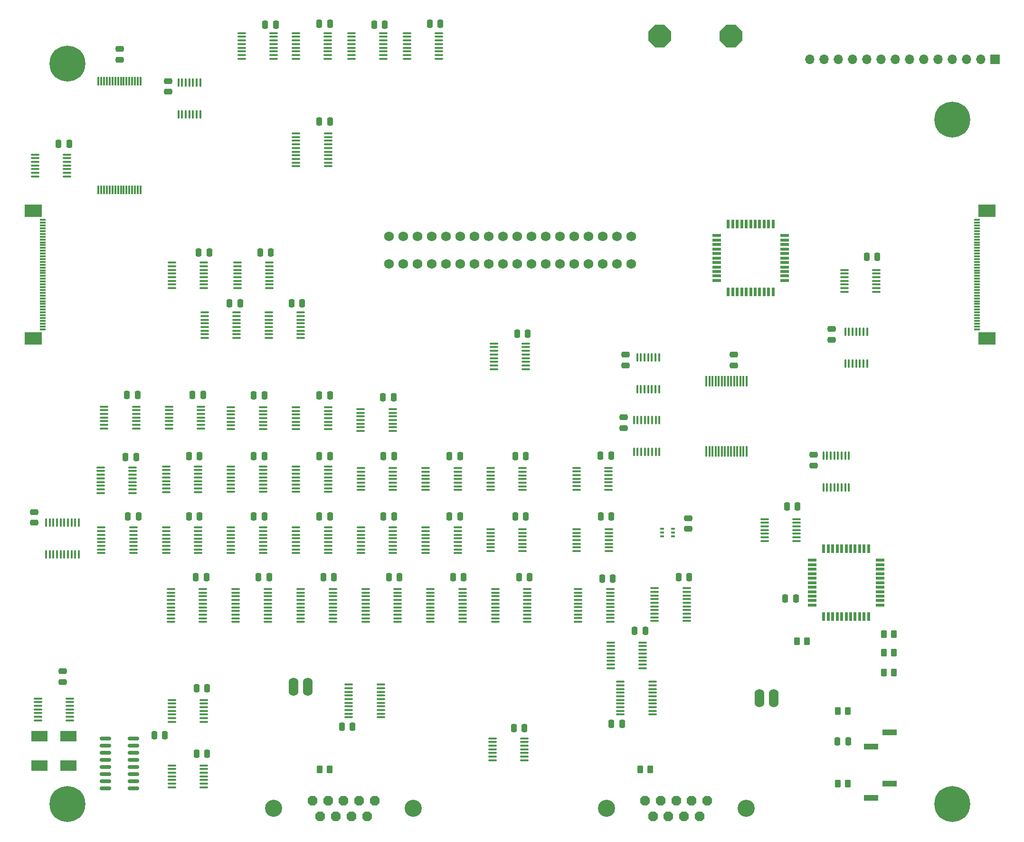
<source format=gbr>
%TF.GenerationSoftware,KiCad,Pcbnew,7.0.5*%
%TF.CreationDate,2023-08-21T23:54:45-04:00*%
%TF.ProjectId,LogicBoard_smt,4c6f6769-6342-46f6-9172-645f736d742e,rev?*%
%TF.SameCoordinates,Original*%
%TF.FileFunction,Soldermask,Top*%
%TF.FilePolarity,Negative*%
%FSLAX46Y46*%
G04 Gerber Fmt 4.6, Leading zero omitted, Abs format (unit mm)*
G04 Created by KiCad (PCBNEW 7.0.5) date 2023-08-21 23:54:45*
%MOMM*%
%LPD*%
G01*
G04 APERTURE LIST*
G04 Aperture macros list*
%AMRoundRect*
0 Rectangle with rounded corners*
0 $1 Rounding radius*
0 $2 $3 $4 $5 $6 $7 $8 $9 X,Y pos of 4 corners*
0 Add a 4 corners polygon primitive as box body*
4,1,4,$2,$3,$4,$5,$6,$7,$8,$9,$2,$3,0*
0 Add four circle primitives for the rounded corners*
1,1,$1+$1,$2,$3*
1,1,$1+$1,$4,$5*
1,1,$1+$1,$6,$7*
1,1,$1+$1,$8,$9*
0 Add four rect primitives between the rounded corners*
20,1,$1+$1,$2,$3,$4,$5,0*
20,1,$1+$1,$4,$5,$6,$7,0*
20,1,$1+$1,$6,$7,$8,$9,0*
20,1,$1+$1,$8,$9,$2,$3,0*%
%AMFreePoly0*
4,1,25,0.375350,0.844196,0.387473,0.833842,0.833842,0.387473,0.862349,0.331525,0.863600,0.315631,0.863600,-0.315631,0.844196,-0.375350,0.833842,-0.387473,0.387473,-0.833842,0.331525,-0.862349,0.315631,-0.863600,-0.315631,-0.863600,-0.375350,-0.844196,-0.387473,-0.833842,-0.833842,-0.387473,-0.862349,-0.331525,-0.863600,-0.315631,-0.863600,0.315631,-0.844196,0.375350,-0.833842,0.387473,
-0.387473,0.833842,-0.331525,0.862349,-0.315631,0.863600,0.315631,0.863600,0.375350,0.844196,0.375350,0.844196,$1*%
%AMFreePoly1*
4,1,25,0.848796,1.987196,0.860919,1.976842,1.976842,0.860919,2.005349,0.804971,2.006600,0.789077,2.006600,-0.789077,1.987196,-0.848796,1.976842,-0.860919,0.860919,-1.976842,0.804971,-2.005349,0.789077,-2.006600,-0.789077,-2.006600,-0.848796,-1.987196,-0.860919,-1.976842,-1.976842,-0.860919,-2.005349,-0.804971,-2.006600,-0.789077,-2.006600,0.789077,-1.987196,0.848796,-1.976842,0.860919,
-0.860919,1.976842,-0.804971,2.005349,-0.789077,2.006600,0.789077,2.006600,0.848796,1.987196,0.848796,1.987196,$1*%
G04 Aperture macros list end*
%ADD10C,3.600000*%
%ADD11C,6.400000*%
%ADD12RoundRect,0.250000X0.250000X0.475000X-0.250000X0.475000X-0.250000X-0.475000X0.250000X-0.475000X0*%
%ADD13RoundRect,0.100000X-0.637500X-0.100000X0.637500X-0.100000X0.637500X0.100000X-0.637500X0.100000X0*%
%ADD14R,1.100000X0.300000*%
%ADD15R,3.100000X2.300000*%
%ADD16RoundRect,0.250000X0.475000X-0.250000X0.475000X0.250000X-0.475000X0.250000X-0.475000X-0.250000X0*%
%ADD17RoundRect,0.250000X-0.262500X-0.450000X0.262500X-0.450000X0.262500X0.450000X-0.262500X0.450000X0*%
%ADD18R,0.520000X1.500000*%
%ADD19R,1.500000X0.520000*%
%ADD20O,1.727200X3.251200*%
%ADD21RoundRect,0.100000X0.100000X-0.637500X0.100000X0.637500X-0.100000X0.637500X-0.100000X-0.637500X0*%
%ADD22C,3.048000*%
%ADD23FreePoly0,0.000000*%
%ADD24RoundRect,0.250000X-0.475000X0.250000X-0.475000X-0.250000X0.475000X-0.250000X0.475000X0.250000X0*%
%ADD25RoundRect,0.100000X0.637500X0.100000X-0.637500X0.100000X-0.637500X-0.100000X0.637500X-0.100000X0*%
%ADD26RoundRect,0.250000X0.262500X0.450000X-0.262500X0.450000X-0.262500X-0.450000X0.262500X-0.450000X0*%
%ADD27R,0.380000X1.870000*%
%ADD28R,0.650000X0.400000*%
%ADD29RoundRect,0.250000X-0.250000X-0.475000X0.250000X-0.475000X0.250000X0.475000X-0.250000X0.475000X0*%
%ADD30RoundRect,0.150000X-0.825000X-0.150000X0.825000X-0.150000X0.825000X0.150000X-0.825000X0.150000X0*%
%ADD31C,1.727200*%
%ADD32R,2.510000X1.000000*%
%ADD33RoundRect,0.075000X-0.075000X0.712500X-0.075000X-0.712500X0.075000X-0.712500X0.075000X0.712500X0*%
%ADD34FreePoly1,0.000000*%
%ADD35R,3.000000X1.980000*%
%ADD36O,1.700000X1.700000*%
%ADD37R,1.700000X1.700000*%
G04 APERTURE END LIST*
D10*
%TO.C,H4*%
X203360000Y-39050000D03*
D11*
X203360000Y-39050000D03*
%TD*%
D10*
%TO.C,H3*%
X203360000Y-161145000D03*
D11*
X203360000Y-161145000D03*
%TD*%
D10*
%TO.C,H2*%
X45560000Y-161145000D03*
D11*
X45560000Y-161145000D03*
%TD*%
%TO.C,HE*%
X45560000Y-29050000D03*
D10*
X45560000Y-29050000D03*
%TD*%
D12*
%TO.C,C37*%
X90490000Y-39370000D03*
X92390000Y-39370000D03*
%TD*%
D13*
%TO.C,GMUX2*%
X86291500Y-23633000D03*
X86291500Y-24283000D03*
X86291500Y-24933000D03*
X86291500Y-25583000D03*
X86291500Y-26233000D03*
X86291500Y-26883000D03*
X86291500Y-27533000D03*
X86291500Y-28183000D03*
X92016500Y-28183000D03*
X92016500Y-27533000D03*
X92016500Y-26883000D03*
X92016500Y-26233000D03*
X92016500Y-25583000D03*
X92016500Y-24933000D03*
X92016500Y-24283000D03*
X92016500Y-23633000D03*
%TD*%
D14*
%TO.C,TO_FRAMEBUFFER1*%
X41160000Y-56949300D03*
X41160000Y-57449300D03*
X41160000Y-57949300D03*
X41160000Y-58449300D03*
X41160000Y-58949300D03*
X41160000Y-59449300D03*
X41160000Y-59949300D03*
X41160000Y-60449300D03*
X41160000Y-60949300D03*
X41160000Y-61449300D03*
X41160000Y-61949300D03*
X41160000Y-62449300D03*
X41160000Y-62949300D03*
X41160000Y-63449300D03*
X41160000Y-63949300D03*
X41160000Y-64449300D03*
X41160000Y-64949300D03*
X41160000Y-65449300D03*
X41160000Y-65949300D03*
X41160000Y-66449300D03*
X41160000Y-66949300D03*
X41160000Y-67449300D03*
X41160000Y-67949300D03*
X41160000Y-68449300D03*
X41160000Y-68949300D03*
X41160000Y-69449300D03*
X41160000Y-69949300D03*
X41160000Y-70449300D03*
X41160000Y-70949300D03*
X41160000Y-71449300D03*
X41160000Y-71949300D03*
X41160000Y-72449300D03*
X41160000Y-72949300D03*
X41160000Y-73449300D03*
X41160000Y-73949300D03*
X41160000Y-74449300D03*
X41160000Y-74949300D03*
X41160000Y-75449300D03*
X41160000Y-75949300D03*
X41160000Y-76449300D03*
D15*
X39460000Y-55279300D03*
X39460000Y-78119300D03*
%TD*%
D16*
%TO.C,C36*%
X164338000Y-82878000D03*
X164338000Y-80978000D03*
%TD*%
D12*
%TO.C,C34*%
X127061000Y-147574000D03*
X125161000Y-147574000D03*
%TD*%
D16*
%TO.C,C1*%
X54864000Y-28360000D03*
X54864000Y-26460000D03*
%TD*%
D13*
%TO.C,VMUX2*%
X75885100Y-64575300D03*
X75885100Y-65225300D03*
X75885100Y-65875300D03*
X75885100Y-66525300D03*
X75885100Y-67175300D03*
X75885100Y-67825300D03*
X75885100Y-68475300D03*
X75885100Y-69125300D03*
X81610100Y-69125300D03*
X81610100Y-68475300D03*
X81610100Y-67825300D03*
X81610100Y-67175300D03*
X81610100Y-66525300D03*
X81610100Y-65875300D03*
X81610100Y-65225300D03*
X81610100Y-64575300D03*
%TD*%
D17*
%TO.C,R2*%
X182880000Y-144526000D03*
X184705000Y-144526000D03*
%TD*%
D12*
%TO.C,C60*%
X127315000Y-99060000D03*
X125415000Y-99060000D03*
%TD*%
D18*
%TO.C,U1*%
X183604000Y-127716000D03*
X182804000Y-127716000D03*
X182004000Y-127716000D03*
X181204000Y-127716000D03*
X180404000Y-127716000D03*
D19*
X178354000Y-125666000D03*
X190454000Y-121666000D03*
X178354000Y-124866000D03*
X178354000Y-123266000D03*
X178354000Y-122466000D03*
X178354000Y-121666000D03*
X178354000Y-120866000D03*
X178354000Y-120066000D03*
X178354000Y-119266000D03*
X178354000Y-118466000D03*
X178354000Y-117666000D03*
D18*
X180404000Y-115616000D03*
X181204000Y-115616000D03*
X182004000Y-115616000D03*
X182804000Y-115616000D03*
X183604000Y-115616000D03*
X184404000Y-115616000D03*
X184404000Y-127716000D03*
X185204000Y-115616000D03*
X186004000Y-115616000D03*
X186804000Y-115616000D03*
X187604000Y-115616000D03*
X188404000Y-115616000D03*
D19*
X190454000Y-117666000D03*
X190454000Y-118466000D03*
X190454000Y-119266000D03*
X190454000Y-120066000D03*
X190454000Y-120866000D03*
X190454000Y-122466000D03*
X190454000Y-123266000D03*
X178354000Y-124066000D03*
X190454000Y-124066000D03*
X190454000Y-124866000D03*
X190454000Y-125666000D03*
D18*
X188404000Y-127716000D03*
X187604000Y-127716000D03*
X186804000Y-127716000D03*
X186004000Y-127716000D03*
X185204000Y-127716000D03*
%TD*%
D13*
%TO.C,IC53*%
X142054500Y-101174000D03*
X142054500Y-101824000D03*
X142054500Y-102474000D03*
X142054500Y-103124000D03*
X142054500Y-103774000D03*
X142054500Y-104424000D03*
X142054500Y-105074000D03*
X136329500Y-105074000D03*
X136329500Y-104424000D03*
X136329500Y-103774000D03*
X136329500Y-103124000D03*
X136329500Y-102474000D03*
X136329500Y-101824000D03*
X136329500Y-101174000D03*
%TD*%
D20*
%TO.C,EXTRA_BUTTON_1*%
X85852000Y-140208000D03*
X88392000Y-140208000D03*
%TD*%
D12*
%TO.C,C47*%
X184742500Y-150012400D03*
X182842500Y-150012400D03*
%TD*%
D13*
%TO.C,BLIT_REG_SELECTOR0*%
X142425500Y-132345000D03*
X142425500Y-132995000D03*
X142425500Y-133645000D03*
X142425500Y-134295000D03*
X142425500Y-134945000D03*
X142425500Y-135595000D03*
X142425500Y-136245000D03*
X142425500Y-136895000D03*
X148150500Y-136895000D03*
X148150500Y-136245000D03*
X148150500Y-135595000D03*
X148150500Y-134945000D03*
X148150500Y-134295000D03*
X148150500Y-133645000D03*
X148150500Y-132995000D03*
X148150500Y-132345000D03*
%TD*%
D21*
%TO.C,WR_REG_DECODE0*%
X146569000Y-98366500D03*
X147219000Y-98366500D03*
X147869000Y-98366500D03*
X148519000Y-98366500D03*
X149169000Y-98366500D03*
X149819000Y-98366500D03*
X150469000Y-98366500D03*
X151119000Y-98366500D03*
X151119000Y-92641500D03*
X150469000Y-92641500D03*
X149819000Y-92641500D03*
X149169000Y-92641500D03*
X148519000Y-92641500D03*
X147869000Y-92641500D03*
X147219000Y-92641500D03*
X146569000Y-92641500D03*
%TD*%
D22*
%TO.C,PORT1*%
X82372200Y-161949100D03*
X107264200Y-161949100D03*
D23*
X89281000Y-160526700D03*
X92049600Y-160526700D03*
X94818200Y-160526700D03*
X97586800Y-160526700D03*
X100355400Y-160526700D03*
X90665300Y-163370300D03*
X93433900Y-163370300D03*
X96202500Y-163370300D03*
X98971100Y-163370300D03*
%TD*%
D12*
%TO.C,C5*%
X80700700Y-99060000D03*
X78800700Y-99060000D03*
%TD*%
D24*
%TO.C,C43*%
X144764000Y-92186500D03*
X144764000Y-94086500D03*
%TD*%
D13*
%TO.C,U5*%
X86303600Y-90375000D03*
X86303600Y-91025000D03*
X86303600Y-91675000D03*
X86303600Y-92325000D03*
X86303600Y-92975000D03*
X86303600Y-93625000D03*
X86303600Y-94275000D03*
X92028600Y-94275000D03*
X92028600Y-93625000D03*
X92028600Y-92975000D03*
X92028600Y-92325000D03*
X92028600Y-91675000D03*
X92028600Y-91025000D03*
X92028600Y-90375000D03*
%TD*%
%TO.C,IC9*%
X120999600Y-112131700D03*
X120999600Y-112781700D03*
X120999600Y-113431700D03*
X120999600Y-114081700D03*
X120999600Y-114731700D03*
X120999600Y-115381700D03*
X120999600Y-116031700D03*
X126724600Y-116031700D03*
X126724600Y-115381700D03*
X126724600Y-114731700D03*
X126724600Y-114081700D03*
X126724600Y-113431700D03*
X126724600Y-112781700D03*
X126724600Y-112131700D03*
%TD*%
D21*
%TO.C,IC7*%
X184232000Y-82618500D03*
X184882000Y-82618500D03*
X185532000Y-82618500D03*
X186182000Y-82618500D03*
X186832000Y-82618500D03*
X187482000Y-82618500D03*
X188132000Y-82618500D03*
X188132000Y-76893500D03*
X187482000Y-76893500D03*
X186832000Y-76893500D03*
X186182000Y-76893500D03*
X185532000Y-76893500D03*
X184882000Y-76893500D03*
X184232000Y-76893500D03*
%TD*%
D13*
%TO.C,IC16*%
X46042500Y-142322000D03*
X46042500Y-142972000D03*
X46042500Y-143622000D03*
X46042500Y-144272000D03*
X46042500Y-144922000D03*
X46042500Y-145572000D03*
X46042500Y-146222000D03*
X40317500Y-146222000D03*
X40317500Y-145572000D03*
X40317500Y-144922000D03*
X40317500Y-144272000D03*
X40317500Y-143622000D03*
X40317500Y-142972000D03*
X40317500Y-142322000D03*
%TD*%
%TO.C,REG.VX0*%
X69749700Y-122805000D03*
X69749700Y-123455000D03*
X69749700Y-124105000D03*
X69749700Y-124755000D03*
X69749700Y-125405000D03*
X69749700Y-126055000D03*
X69749700Y-126705000D03*
X69749700Y-127355000D03*
X69749700Y-128005000D03*
X69749700Y-128655000D03*
X64024700Y-128655000D03*
X64024700Y-128005000D03*
X64024700Y-127355000D03*
X64024700Y-126705000D03*
X64024700Y-126055000D03*
X64024700Y-125405000D03*
X64024700Y-124755000D03*
X64024700Y-124105000D03*
X64024700Y-123455000D03*
X64024700Y-122805000D03*
%TD*%
%TO.C,IC21*%
X39809500Y-45294000D03*
X39809500Y-45944000D03*
X39809500Y-46594000D03*
X39809500Y-47244000D03*
X39809500Y-47894000D03*
X39809500Y-48544000D03*
X39809500Y-49194000D03*
X45534500Y-49194000D03*
X45534500Y-48544000D03*
X45534500Y-47894000D03*
X45534500Y-47244000D03*
X45534500Y-46594000D03*
X45534500Y-45944000D03*
X45534500Y-45294000D03*
%TD*%
%TO.C,REG.GX0*%
X87155400Y-122805000D03*
X87155400Y-123455000D03*
X87155400Y-124105000D03*
X87155400Y-124755000D03*
X87155400Y-125405000D03*
X87155400Y-126055000D03*
X87155400Y-126705000D03*
X87155400Y-127355000D03*
X87155400Y-128005000D03*
X87155400Y-128655000D03*
X92880400Y-128655000D03*
X92880400Y-128005000D03*
X92880400Y-127355000D03*
X92880400Y-126705000D03*
X92880400Y-126055000D03*
X92880400Y-125405000D03*
X92880400Y-124755000D03*
X92880400Y-124105000D03*
X92880400Y-123455000D03*
X92880400Y-122805000D03*
%TD*%
D21*
%TO.C,IC20*%
X65360000Y-38168500D03*
X66010000Y-38168500D03*
X66660000Y-38168500D03*
X67310000Y-38168500D03*
X67960000Y-38168500D03*
X68610000Y-38168500D03*
X69260000Y-38168500D03*
X69260000Y-32443500D03*
X68610000Y-32443500D03*
X67960000Y-32443500D03*
X67310000Y-32443500D03*
X66660000Y-32443500D03*
X66010000Y-32443500D03*
X65360000Y-32443500D03*
%TD*%
D12*
%TO.C,C15*%
X92390000Y-99060000D03*
X90490000Y-99060000D03*
%TD*%
D16*
%TO.C,C35*%
X44704000Y-137480000D03*
X44704000Y-139380000D03*
%TD*%
D12*
%TO.C,C12*%
X189939000Y-63488000D03*
X188039000Y-63488000D03*
%TD*%
%TO.C,C45*%
X148605500Y-130270000D03*
X146705500Y-130270000D03*
%TD*%
D13*
%TO.C,VXL0*%
X51607500Y-111830000D03*
X51607500Y-112480000D03*
X51607500Y-113130000D03*
X51607500Y-113780000D03*
X51607500Y-114430000D03*
X51607500Y-115080000D03*
X51607500Y-115730000D03*
X51607500Y-116380000D03*
X57332500Y-116380000D03*
X57332500Y-115730000D03*
X57332500Y-115080000D03*
X57332500Y-114430000D03*
X57332500Y-113780000D03*
X57332500Y-113130000D03*
X57332500Y-112480000D03*
X57332500Y-111830000D03*
%TD*%
%TO.C,BANKMUX0*%
X121597500Y-79005000D03*
X121597500Y-79655000D03*
X121597500Y-80305000D03*
X121597500Y-80955000D03*
X121597500Y-81605000D03*
X121597500Y-82255000D03*
X121597500Y-82905000D03*
X121597500Y-83555000D03*
X127322500Y-83555000D03*
X127322500Y-82905000D03*
X127322500Y-82255000D03*
X127322500Y-81605000D03*
X127322500Y-80955000D03*
X127322500Y-80305000D03*
X127322500Y-79655000D03*
X127322500Y-79005000D03*
%TD*%
D12*
%TO.C,C53*%
X116237200Y-120650000D03*
X114337200Y-120650000D03*
%TD*%
D13*
%TO.C,IC12*%
X169857500Y-110318000D03*
X169857500Y-110968000D03*
X169857500Y-111618000D03*
X169857500Y-112268000D03*
X169857500Y-112918000D03*
X169857500Y-113568000D03*
X169857500Y-114218000D03*
X175582500Y-114218000D03*
X175582500Y-113568000D03*
X175582500Y-112918000D03*
X175582500Y-112268000D03*
X175582500Y-111618000D03*
X175582500Y-110968000D03*
X175582500Y-110318000D03*
%TD*%
D25*
%TO.C,PAD2REG0*%
X149870600Y-145177000D03*
X149870600Y-144527000D03*
X149870600Y-143877000D03*
X149870600Y-143227000D03*
X149870600Y-142577000D03*
X149870600Y-141927000D03*
X149870600Y-141277000D03*
X149870600Y-140627000D03*
X149870600Y-139977000D03*
X149870600Y-139327000D03*
X144145600Y-139327000D03*
X144145600Y-139977000D03*
X144145600Y-140627000D03*
X144145600Y-141277000D03*
X144145600Y-141927000D03*
X144145600Y-142577000D03*
X144145600Y-143227000D03*
X144145600Y-143877000D03*
X144145600Y-144527000D03*
X144145600Y-145177000D03*
%TD*%
D13*
%TO.C,IC1*%
X97868900Y-101233300D03*
X97868900Y-101883300D03*
X97868900Y-102533300D03*
X97868900Y-103183300D03*
X97868900Y-103833300D03*
X97868900Y-104483300D03*
X97868900Y-105133300D03*
X103593900Y-105133300D03*
X103593900Y-104483300D03*
X103593900Y-103833300D03*
X103593900Y-103183300D03*
X103593900Y-102533300D03*
X103593900Y-101883300D03*
X103593900Y-101233300D03*
%TD*%
D12*
%TO.C,C63*%
X70377200Y-120650000D03*
X68477200Y-120650000D03*
%TD*%
%TO.C,C42*%
X156411000Y-120703700D03*
X154511000Y-120703700D03*
%TD*%
D13*
%TO.C,IC3*%
X150231000Y-122652000D03*
X150231000Y-123302000D03*
X150231000Y-123952000D03*
X150231000Y-124602000D03*
X150231000Y-125252000D03*
X150231000Y-125902000D03*
X150231000Y-126552000D03*
X150231000Y-127202000D03*
X150231000Y-127852000D03*
X150231000Y-128502000D03*
X155956000Y-128502000D03*
X155956000Y-127852000D03*
X155956000Y-127202000D03*
X155956000Y-126552000D03*
X155956000Y-125902000D03*
X155956000Y-125252000D03*
X155956000Y-124602000D03*
X155956000Y-123952000D03*
X155956000Y-123302000D03*
X155956000Y-122652000D03*
%TD*%
D19*
%TO.C,U2*%
X161336000Y-63754000D03*
X161336000Y-64554000D03*
X161336000Y-65354000D03*
X161336000Y-66154000D03*
X161336000Y-66954000D03*
X161336000Y-67754000D03*
D18*
X163386000Y-69804000D03*
X164186000Y-69804000D03*
X164986000Y-69804000D03*
X165786000Y-69804000D03*
X167386000Y-69804000D03*
X168186000Y-69804000D03*
X168986000Y-69804000D03*
X169786000Y-69804000D03*
X170586000Y-69804000D03*
X171386000Y-69804000D03*
D19*
X173436000Y-67754000D03*
X173436000Y-66954000D03*
X173436000Y-66154000D03*
X173436000Y-65354000D03*
X173436000Y-63754000D03*
X173436000Y-62954000D03*
X173436000Y-62154000D03*
X173436000Y-61354000D03*
X173436000Y-60554000D03*
X173436000Y-59754000D03*
D18*
X171386000Y-57704000D03*
X170586000Y-57704000D03*
X169786000Y-57704000D03*
X168986000Y-57704000D03*
X167386000Y-57704000D03*
X166586000Y-57704000D03*
X165786000Y-57704000D03*
X164986000Y-57704000D03*
X163386000Y-57704000D03*
D19*
X161336000Y-59754000D03*
X161336000Y-60554000D03*
X161336000Y-61354000D03*
X161336000Y-62154000D03*
X161336000Y-62954000D03*
D18*
X166586000Y-69804000D03*
D19*
X173436000Y-64554000D03*
D18*
X168186000Y-57704000D03*
X164186000Y-57704000D03*
%TD*%
D12*
%TO.C,C16*%
X92390000Y-88265000D03*
X90490000Y-88265000D03*
%TD*%
D13*
%TO.C,IC31*%
X120999600Y-101233300D03*
X120999600Y-101883300D03*
X120999600Y-102533300D03*
X120999600Y-103183300D03*
X120999600Y-103833300D03*
X120999600Y-104483300D03*
X120999600Y-105133300D03*
X126724600Y-105133300D03*
X126724600Y-104483300D03*
X126724600Y-103833300D03*
X126724600Y-103183300D03*
X126724600Y-102533300D03*
X126724600Y-101883300D03*
X126724600Y-101233300D03*
%TD*%
D26*
%TO.C,R4*%
X192936500Y-134112000D03*
X191111500Y-134112000D03*
%TD*%
D22*
%TO.C,PORT2*%
X141655800Y-161949100D03*
X166547800Y-161949100D03*
D23*
X148564600Y-160526700D03*
X151333200Y-160526700D03*
X154101800Y-160526700D03*
X156870400Y-160526700D03*
X159639000Y-160526700D03*
X149948900Y-163370300D03*
X152717500Y-163370300D03*
X155486100Y-163370300D03*
X158254700Y-163370300D03*
%TD*%
D13*
%TO.C,SEQGEN_XOR0*%
X69918500Y-154260000D03*
X69918500Y-154910000D03*
X69918500Y-155560000D03*
X69918500Y-156210000D03*
X69918500Y-156860000D03*
X69918500Y-157510000D03*
X69918500Y-158160000D03*
X64193500Y-158160000D03*
X64193500Y-157510000D03*
X64193500Y-156860000D03*
X64193500Y-156210000D03*
X64193500Y-155560000D03*
X64193500Y-154910000D03*
X64193500Y-154260000D03*
%TD*%
D12*
%TO.C,C14*%
X92390000Y-109855000D03*
X90490000Y-109855000D03*
%TD*%
D13*
%TO.C,GYL0*%
X86303600Y-111826700D03*
X86303600Y-112476700D03*
X86303600Y-113126700D03*
X86303600Y-113776700D03*
X86303600Y-114426700D03*
X86303600Y-115076700D03*
X86303600Y-115726700D03*
X86303600Y-116376700D03*
X92028600Y-116376700D03*
X92028600Y-115726700D03*
X92028600Y-115076700D03*
X92028600Y-114426700D03*
X92028600Y-113776700D03*
X92028600Y-113126700D03*
X92028600Y-112476700D03*
X92028600Y-111826700D03*
%TD*%
D12*
%TO.C,C17*%
X67871900Y-88205300D03*
X69771900Y-88205300D03*
%TD*%
D13*
%TO.C,GMUX3*%
X76639500Y-23633000D03*
X76639500Y-24283000D03*
X76639500Y-24933000D03*
X76639500Y-25583000D03*
X76639500Y-26233000D03*
X76639500Y-26883000D03*
X76639500Y-27533000D03*
X76639500Y-28183000D03*
X82364500Y-28183000D03*
X82364500Y-27533000D03*
X82364500Y-26883000D03*
X82364500Y-26233000D03*
X82364500Y-25583000D03*
X82364500Y-24933000D03*
X82364500Y-24283000D03*
X82364500Y-23633000D03*
%TD*%
D12*
%TO.C,C54*%
X103820000Y-109855000D03*
X101920000Y-109855000D03*
%TD*%
D13*
%TO.C,VYH0*%
X63172900Y-100935000D03*
X63172900Y-101585000D03*
X63172900Y-102235000D03*
X63172900Y-102885000D03*
X63172900Y-103535000D03*
X63172900Y-104185000D03*
X63172900Y-104835000D03*
X63172900Y-105485000D03*
X68897900Y-105485000D03*
X68897900Y-104835000D03*
X68897900Y-104185000D03*
X68897900Y-103535000D03*
X68897900Y-102885000D03*
X68897900Y-102235000D03*
X68897900Y-101585000D03*
X68897900Y-100935000D03*
%TD*%
D27*
%TO.C,U$5*%
X162793000Y-85678000D03*
X162243000Y-85678000D03*
X161693000Y-85678000D03*
X161143000Y-85678000D03*
X160593000Y-85678000D03*
X160043000Y-85678000D03*
X159493000Y-85678000D03*
X159493000Y-98218000D03*
X160043000Y-98218000D03*
X160593000Y-98218000D03*
X161143000Y-98218000D03*
X161693000Y-98218000D03*
X162243000Y-98218000D03*
X162793000Y-98218000D03*
X163343000Y-98218000D03*
X163893000Y-98218000D03*
X164443000Y-98218000D03*
X164993000Y-98218000D03*
X165543000Y-98218000D03*
X166093000Y-98218000D03*
X166643000Y-98218000D03*
X166643000Y-85678000D03*
X166093000Y-85678000D03*
X165543000Y-85678000D03*
X164993000Y-85678000D03*
X164443000Y-85678000D03*
X163893000Y-85678000D03*
X163343000Y-85678000D03*
%TD*%
D28*
%TO.C,U7*%
X151630000Y-112081700D03*
X151630000Y-112731700D03*
X151630000Y-113381700D03*
X153530000Y-113381700D03*
X153530000Y-112731700D03*
X153530000Y-112081700D03*
%TD*%
D21*
%TO.C,IC32*%
X147148000Y-87190500D03*
X147798000Y-87190500D03*
X148448000Y-87190500D03*
X149098000Y-87190500D03*
X149748000Y-87190500D03*
X150398000Y-87190500D03*
X151048000Y-87190500D03*
X151048000Y-81465500D03*
X150398000Y-81465500D03*
X149748000Y-81465500D03*
X149098000Y-81465500D03*
X148448000Y-81465500D03*
X147798000Y-81465500D03*
X147148000Y-81465500D03*
%TD*%
D13*
%TO.C,GMUX0*%
X111828500Y-23633000D03*
X111828500Y-24283000D03*
X111828500Y-24933000D03*
X111828500Y-25583000D03*
X111828500Y-26233000D03*
X111828500Y-26883000D03*
X111828500Y-27533000D03*
X111828500Y-28183000D03*
X106103500Y-28183000D03*
X106103500Y-27533000D03*
X106103500Y-26883000D03*
X106103500Y-26233000D03*
X106103500Y-25583000D03*
X106103500Y-24933000D03*
X106103500Y-24283000D03*
X106103500Y-23633000D03*
%TD*%
D29*
%TO.C,C33*%
X142560000Y-146812000D03*
X144460000Y-146812000D03*
%TD*%
D24*
%TO.C,C2*%
X181852000Y-76438500D03*
X181852000Y-78338500D03*
%TD*%
D17*
%TO.C,R6*%
X147677500Y-154940000D03*
X149502500Y-154940000D03*
%TD*%
D16*
%TO.C,C11*%
X156210000Y-112075000D03*
X156210000Y-110175000D03*
%TD*%
D20*
%TO.C,EXTRA_BUTTON_2*%
X168910000Y-142259000D03*
X171450000Y-142259000D03*
%TD*%
D13*
%TO.C,U4*%
X57845100Y-90252000D03*
X57845100Y-90902000D03*
X57845100Y-91552000D03*
X57845100Y-92202000D03*
X57845100Y-92852000D03*
X57845100Y-93502000D03*
X57845100Y-94152000D03*
X52120100Y-94152000D03*
X52120100Y-93502000D03*
X52120100Y-92852000D03*
X52120100Y-92202000D03*
X52120100Y-91552000D03*
X52120100Y-90902000D03*
X52120100Y-90252000D03*
%TD*%
%TO.C,CTR.W0*%
X97868900Y-111826700D03*
X97868900Y-112476700D03*
X97868900Y-113126700D03*
X97868900Y-113776700D03*
X97868900Y-114426700D03*
X97868900Y-115076700D03*
X97868900Y-115726700D03*
X97868900Y-116376700D03*
X103593900Y-116376700D03*
X103593900Y-115726700D03*
X103593900Y-115076700D03*
X103593900Y-114426700D03*
X103593900Y-113776700D03*
X103593900Y-113126700D03*
X103593900Y-112476700D03*
X103593900Y-111826700D03*
%TD*%
D30*
%TO.C,U$6*%
X52389000Y-149479000D03*
X52389000Y-150749000D03*
X52389000Y-152019000D03*
X52389000Y-153289000D03*
X52389000Y-154559000D03*
X52389000Y-155829000D03*
X52389000Y-157099000D03*
X52389000Y-158369000D03*
X57339000Y-158369000D03*
X57339000Y-157099000D03*
X57339000Y-155829000D03*
X57339000Y-154559000D03*
X57339000Y-153289000D03*
X57339000Y-152019000D03*
X57339000Y-150749000D03*
X57339000Y-149479000D03*
%TD*%
D13*
%TO.C,REG.FLAGS0*%
X136629000Y-122789000D03*
X136629000Y-123439000D03*
X136629000Y-124089000D03*
X136629000Y-124739000D03*
X136629000Y-125389000D03*
X136629000Y-126039000D03*
X136629000Y-126689000D03*
X136629000Y-127339000D03*
X136629000Y-127989000D03*
X136629000Y-128639000D03*
X142354000Y-128639000D03*
X142354000Y-127989000D03*
X142354000Y-127339000D03*
X142354000Y-126689000D03*
X142354000Y-126039000D03*
X142354000Y-125389000D03*
X142354000Y-124739000D03*
X142354000Y-124089000D03*
X142354000Y-123439000D03*
X142354000Y-122789000D03*
%TD*%
%TO.C,REG.GY0*%
X98720800Y-122805000D03*
X98720800Y-123455000D03*
X98720800Y-124105000D03*
X98720800Y-124755000D03*
X98720800Y-125405000D03*
X98720800Y-126055000D03*
X98720800Y-126705000D03*
X98720800Y-127355000D03*
X98720800Y-128005000D03*
X98720800Y-128655000D03*
X104445800Y-128655000D03*
X104445800Y-128005000D03*
X104445800Y-127355000D03*
X104445800Y-126705000D03*
X104445800Y-126055000D03*
X104445800Y-125405000D03*
X104445800Y-124755000D03*
X104445800Y-124105000D03*
X104445800Y-123455000D03*
X104445800Y-122805000D03*
%TD*%
D12*
%TO.C,C21*%
X127987200Y-120650000D03*
X126087200Y-120650000D03*
%TD*%
%TO.C,C52*%
X127630000Y-77205000D03*
X125730000Y-77205000D03*
%TD*%
D31*
%TO.C,U$3*%
X102870000Y-64770000D03*
X105410000Y-64770000D03*
X107950000Y-64770000D03*
X110490000Y-64770000D03*
X113030000Y-64770000D03*
X115570000Y-64770000D03*
X118110000Y-64770000D03*
X120650000Y-64770000D03*
X123190000Y-64770000D03*
X125730000Y-64770000D03*
X128270000Y-64770000D03*
X130810000Y-64770000D03*
X133350000Y-64770000D03*
X135890000Y-64770000D03*
X138430000Y-64770000D03*
X140970000Y-64770000D03*
X143510000Y-64770000D03*
X146050000Y-64770000D03*
X102870000Y-59918600D03*
X105410000Y-59918600D03*
X107950000Y-59918600D03*
X110490000Y-59918600D03*
X113030000Y-59918600D03*
X115570000Y-59918600D03*
X118110000Y-59918600D03*
X120650000Y-59918600D03*
X123190000Y-59918600D03*
X125730000Y-59918600D03*
X128270000Y-59918600D03*
X130810000Y-59918600D03*
X133350000Y-59918600D03*
X135890000Y-59918600D03*
X138430000Y-59918600D03*
X140970000Y-59918600D03*
X143510000Y-59918600D03*
X146050000Y-59918600D03*
%TD*%
D13*
%TO.C,REG.VY0*%
X75590100Y-122805000D03*
X75590100Y-123455000D03*
X75590100Y-124105000D03*
X75590100Y-124755000D03*
X75590100Y-125405000D03*
X75590100Y-126055000D03*
X75590100Y-126705000D03*
X75590100Y-127355000D03*
X75590100Y-128005000D03*
X75590100Y-128655000D03*
X81315100Y-128655000D03*
X81315100Y-128005000D03*
X81315100Y-127355000D03*
X81315100Y-126705000D03*
X81315100Y-126055000D03*
X81315100Y-125405000D03*
X81315100Y-124755000D03*
X81315100Y-124105000D03*
X81315100Y-123455000D03*
X81315100Y-122805000D03*
%TD*%
D12*
%TO.C,C22*%
X115570000Y-109855000D03*
X113670000Y-109855000D03*
%TD*%
%TO.C,C38*%
X175448000Y-124506000D03*
X173548000Y-124506000D03*
%TD*%
D24*
%TO.C,C51*%
X63500000Y-32206000D03*
X63500000Y-34106000D03*
%TD*%
D13*
%TO.C,GXH0*%
X74738200Y-100928300D03*
X74738200Y-101578300D03*
X74738200Y-102228300D03*
X74738200Y-102878300D03*
X74738200Y-103528300D03*
X74738200Y-104178300D03*
X74738200Y-104828300D03*
X74738200Y-105478300D03*
X80463200Y-105478300D03*
X80463200Y-104828300D03*
X80463200Y-104178300D03*
X80463200Y-103528300D03*
X80463200Y-102878300D03*
X80463200Y-102228300D03*
X80463200Y-101578300D03*
X80463200Y-100928300D03*
%TD*%
D32*
%TO.C,RESET_SW_HDR0*%
X188845000Y-150876000D03*
X192155000Y-148336000D03*
%TD*%
D12*
%TO.C,C6*%
X80700700Y-88265000D03*
X78800700Y-88265000D03*
%TD*%
%TO.C,C26*%
X69135400Y-109855000D03*
X67235400Y-109855000D03*
%TD*%
D13*
%TO.C,IC4*%
X184081500Y-65868000D03*
X184081500Y-66518000D03*
X184081500Y-67168000D03*
X184081500Y-67818000D03*
X184081500Y-68468000D03*
X184081500Y-69118000D03*
X184081500Y-69768000D03*
X189806500Y-69768000D03*
X189806500Y-69118000D03*
X189806500Y-68468000D03*
X189806500Y-67818000D03*
X189806500Y-67168000D03*
X189806500Y-66518000D03*
X189806500Y-65868000D03*
%TD*%
D33*
%TO.C,U$4*%
X54614000Y-32222500D03*
X54114000Y-32222500D03*
X53614000Y-32222500D03*
X53114000Y-32222500D03*
X52614000Y-32222500D03*
X52114000Y-32222500D03*
X51614000Y-32222500D03*
X51114000Y-32222500D03*
X51114000Y-51597500D03*
X51614000Y-51597500D03*
X52114000Y-51597500D03*
X52614000Y-51597500D03*
X53114000Y-51597500D03*
X53614000Y-51597500D03*
X54114000Y-51597500D03*
X54614000Y-51597500D03*
X55114000Y-51597500D03*
X55614000Y-51597500D03*
X56114000Y-51597500D03*
X56614000Y-51597500D03*
X57114000Y-51597500D03*
X57614000Y-51597500D03*
X58114000Y-51597500D03*
X58614000Y-51597500D03*
X58614000Y-32222500D03*
X58114000Y-32222500D03*
X57614000Y-32222500D03*
X57114000Y-32222500D03*
X56614000Y-32222500D03*
X56114000Y-32222500D03*
X55614000Y-32222500D03*
X55114000Y-32222500D03*
%TD*%
D13*
%TO.C,CTR.H0*%
X109434300Y-111826700D03*
X109434300Y-112476700D03*
X109434300Y-113126700D03*
X109434300Y-113776700D03*
X109434300Y-114426700D03*
X109434300Y-115076700D03*
X109434300Y-115726700D03*
X109434300Y-116376700D03*
X115159300Y-116376700D03*
X115159300Y-115726700D03*
X115159300Y-115076700D03*
X115159300Y-114426700D03*
X115159300Y-113776700D03*
X115159300Y-113126700D03*
X115159300Y-112476700D03*
X115159300Y-111826700D03*
%TD*%
%TO.C,VXH0*%
X51493500Y-101103000D03*
X51493500Y-101753000D03*
X51493500Y-102403000D03*
X51493500Y-103053000D03*
X51493500Y-103703000D03*
X51493500Y-104353000D03*
X51493500Y-105003000D03*
X51493500Y-105653000D03*
X57218500Y-105653000D03*
X57218500Y-105003000D03*
X57218500Y-104353000D03*
X57218500Y-103703000D03*
X57218500Y-103053000D03*
X57218500Y-102403000D03*
X57218500Y-101753000D03*
X57218500Y-101103000D03*
%TD*%
%TO.C,GYH0*%
X86303600Y-100928300D03*
X86303600Y-101578300D03*
X86303600Y-102228300D03*
X86303600Y-102878300D03*
X86303600Y-103528300D03*
X86303600Y-104178300D03*
X86303600Y-104828300D03*
X86303600Y-105478300D03*
X92028600Y-105478300D03*
X92028600Y-104828300D03*
X92028600Y-104178300D03*
X92028600Y-103528300D03*
X92028600Y-102878300D03*
X92028600Y-102228300D03*
X92028600Y-101578300D03*
X92028600Y-100928300D03*
%TD*%
D34*
%TO.C,+5V0*%
X163830000Y-24130000D03*
%TD*%
D13*
%TO.C,REG.W0*%
X110286100Y-122805000D03*
X110286100Y-123455000D03*
X110286100Y-124105000D03*
X110286100Y-124755000D03*
X110286100Y-125405000D03*
X110286100Y-126055000D03*
X110286100Y-126705000D03*
X110286100Y-127355000D03*
X110286100Y-128005000D03*
X110286100Y-128655000D03*
X116011100Y-128655000D03*
X116011100Y-128005000D03*
X116011100Y-127355000D03*
X116011100Y-126705000D03*
X116011100Y-126055000D03*
X116011100Y-125405000D03*
X116011100Y-124755000D03*
X116011100Y-124105000D03*
X116011100Y-123455000D03*
X116011100Y-122805000D03*
%TD*%
D12*
%TO.C,C8*%
X112066000Y-21994700D03*
X110166000Y-21994700D03*
%TD*%
%TO.C,C13*%
X104807200Y-120650000D03*
X102907200Y-120650000D03*
%TD*%
%TO.C,C29*%
X85535600Y-71790300D03*
X87435600Y-71790300D03*
%TD*%
%TO.C,C23*%
X115570000Y-99060000D03*
X113670000Y-99060000D03*
%TD*%
D24*
%TO.C,C44*%
X178609300Y-98859000D03*
X178609300Y-100759000D03*
%TD*%
D13*
%TO.C,GAMEPAD_SELECTOR0*%
X121343500Y-149434000D03*
X121343500Y-150084000D03*
X121343500Y-150734000D03*
X121343500Y-151384000D03*
X121343500Y-152034000D03*
X121343500Y-152684000D03*
X121343500Y-153334000D03*
X127068500Y-153334000D03*
X127068500Y-152684000D03*
X127068500Y-152034000D03*
X127068500Y-151384000D03*
X127068500Y-150734000D03*
X127068500Y-150084000D03*
X127068500Y-149434000D03*
%TD*%
D12*
%TO.C,C31*%
X175715000Y-108041300D03*
X173815000Y-108041300D03*
%TD*%
%TO.C,C27*%
X69135400Y-99060000D03*
X67235400Y-99060000D03*
%TD*%
%TO.C,C59*%
X127315000Y-109855000D03*
X125415000Y-109855000D03*
%TD*%
D26*
%TO.C,R3*%
X192936500Y-130810000D03*
X191111500Y-130810000D03*
%TD*%
D32*
%TO.C,LED1*%
X188845000Y-160020000D03*
X192155000Y-157480000D03*
%TD*%
D12*
%TO.C,C9*%
X102160000Y-22098000D03*
X100260000Y-22098000D03*
%TD*%
%TO.C,C41*%
X76395600Y-71790300D03*
X74495600Y-71790300D03*
%TD*%
%TO.C,C28*%
X81847600Y-62800300D03*
X79947600Y-62800300D03*
%TD*%
D13*
%TO.C,VYL0*%
X63172900Y-111830000D03*
X63172900Y-112480000D03*
X63172900Y-113130000D03*
X63172900Y-113780000D03*
X63172900Y-114430000D03*
X63172900Y-115080000D03*
X63172900Y-115730000D03*
X63172900Y-116380000D03*
X68897900Y-116380000D03*
X68897900Y-115730000D03*
X68897900Y-115080000D03*
X68897900Y-114430000D03*
X68897900Y-113780000D03*
X68897900Y-113130000D03*
X68897900Y-112480000D03*
X68897900Y-111830000D03*
%TD*%
D29*
%TO.C,C39*%
X61039000Y-148844000D03*
X62939000Y-148844000D03*
%TD*%
D13*
%TO.C,GMUX1*%
X96197500Y-23633000D03*
X96197500Y-24283000D03*
X96197500Y-24933000D03*
X96197500Y-25583000D03*
X96197500Y-26233000D03*
X96197500Y-26883000D03*
X96197500Y-27533000D03*
X96197500Y-28183000D03*
X101922500Y-28183000D03*
X101922500Y-27533000D03*
X101922500Y-26883000D03*
X101922500Y-26233000D03*
X101922500Y-25583000D03*
X101922500Y-24933000D03*
X101922500Y-24283000D03*
X101922500Y-23633000D03*
%TD*%
D17*
%TO.C,R16*%
X182880000Y-157480000D03*
X184705000Y-157480000D03*
%TD*%
D13*
%TO.C,GXL0*%
X74738200Y-111826700D03*
X74738200Y-112476700D03*
X74738200Y-113126700D03*
X74738200Y-113776700D03*
X74738200Y-114426700D03*
X74738200Y-115076700D03*
X74738200Y-115726700D03*
X74738200Y-116376700D03*
X80463200Y-116376700D03*
X80463200Y-115726700D03*
X80463200Y-115076700D03*
X80463200Y-114426700D03*
X80463200Y-113776700D03*
X80463200Y-113126700D03*
X80463200Y-112476700D03*
X80463200Y-111826700D03*
%TD*%
D12*
%TO.C,C10*%
X58280000Y-109855000D03*
X56380000Y-109855000D03*
%TD*%
D13*
%TO.C,REG.H0*%
X121851500Y-122805000D03*
X121851500Y-123455000D03*
X121851500Y-124105000D03*
X121851500Y-124755000D03*
X121851500Y-125405000D03*
X121851500Y-126055000D03*
X121851500Y-126705000D03*
X121851500Y-127355000D03*
X121851500Y-128005000D03*
X121851500Y-128655000D03*
X127576500Y-128655000D03*
X127576500Y-128005000D03*
X127576500Y-127355000D03*
X127576500Y-126705000D03*
X127576500Y-126055000D03*
X127576500Y-125405000D03*
X127576500Y-124755000D03*
X127576500Y-124105000D03*
X127576500Y-123455000D03*
X127576500Y-122805000D03*
%TD*%
D12*
%TO.C,C49*%
X142809000Y-120904000D03*
X140909000Y-120904000D03*
%TD*%
D13*
%TO.C,VMUX3*%
X87198100Y-73465300D03*
X87198100Y-74115300D03*
X87198100Y-74765300D03*
X87198100Y-75415300D03*
X87198100Y-76065300D03*
X87198100Y-76715300D03*
X87198100Y-77365300D03*
X87198100Y-78015300D03*
X81473100Y-78015300D03*
X81473100Y-77365300D03*
X81473100Y-76715300D03*
X81473100Y-76065300D03*
X81473100Y-75415300D03*
X81473100Y-74765300D03*
X81473100Y-74115300D03*
X81473100Y-73465300D03*
%TD*%
D12*
%TO.C,C46*%
X142555000Y-109855000D03*
X140655000Y-109855000D03*
%TD*%
D13*
%TO.C,VMUX1*%
X70043100Y-73465300D03*
X70043100Y-74115300D03*
X70043100Y-74765300D03*
X70043100Y-75415300D03*
X70043100Y-76065300D03*
X70043100Y-76715300D03*
X70043100Y-77365300D03*
X70043100Y-78015300D03*
X75768100Y-78015300D03*
X75768100Y-77365300D03*
X75768100Y-76715300D03*
X75768100Y-76065300D03*
X75768100Y-75415300D03*
X75768100Y-74765300D03*
X75768100Y-74115300D03*
X75768100Y-73465300D03*
%TD*%
D21*
%TO.C,REG.COLOR0*%
X41779000Y-110929500D03*
X42429000Y-110929500D03*
X43079000Y-110929500D03*
X43729000Y-110929500D03*
X44379000Y-110929500D03*
X45029000Y-110929500D03*
X45679000Y-110929500D03*
X46329000Y-110929500D03*
X46979000Y-110929500D03*
X47629000Y-110929500D03*
X47629000Y-116654500D03*
X46979000Y-116654500D03*
X46329000Y-116654500D03*
X45679000Y-116654500D03*
X45029000Y-116654500D03*
X44379000Y-116654500D03*
X43729000Y-116654500D03*
X43079000Y-116654500D03*
X42429000Y-116654500D03*
X41779000Y-116654500D03*
%TD*%
D26*
%TO.C,R5*%
X175617500Y-132126000D03*
X177442500Y-132126000D03*
%TD*%
D13*
%TO.C,IC5*%
X109434300Y-101233300D03*
X109434300Y-101883300D03*
X109434300Y-102533300D03*
X109434300Y-103183300D03*
X109434300Y-103833300D03*
X109434300Y-104483300D03*
X109434300Y-105133300D03*
X115159300Y-105133300D03*
X115159300Y-104483300D03*
X115159300Y-103833300D03*
X115159300Y-103183300D03*
X115159300Y-102533300D03*
X115159300Y-101883300D03*
X115159300Y-101233300D03*
%TD*%
D24*
%TO.C,C50*%
X145101300Y-81010500D03*
X145101300Y-82910500D03*
%TD*%
D14*
%TO.C,TO_AUDIO_PROCESSOR1*%
X207760000Y-76449300D03*
X207760000Y-75949300D03*
X207760000Y-75449300D03*
X207760000Y-74949300D03*
X207760000Y-74449300D03*
X207760000Y-73949300D03*
X207760000Y-73449300D03*
X207760000Y-72949300D03*
X207760000Y-72449300D03*
X207760000Y-71949300D03*
X207760000Y-71449300D03*
X207760000Y-70949300D03*
X207760000Y-70449300D03*
X207760000Y-69949300D03*
X207760000Y-69449300D03*
X207760000Y-68949300D03*
X207760000Y-68449300D03*
X207760000Y-67949300D03*
X207760000Y-67449300D03*
X207760000Y-66949300D03*
X207760000Y-66449300D03*
X207760000Y-65949300D03*
X207760000Y-65449300D03*
X207760000Y-64949300D03*
X207760000Y-64449300D03*
X207760000Y-63949300D03*
X207760000Y-63449300D03*
X207760000Y-62949300D03*
X207760000Y-62449300D03*
X207760000Y-61949300D03*
X207760000Y-61449300D03*
X207760000Y-60949300D03*
X207760000Y-60449300D03*
X207760000Y-59949300D03*
X207760000Y-59449300D03*
X207760000Y-58949300D03*
X207760000Y-58449300D03*
X207760000Y-57949300D03*
X207760000Y-57449300D03*
X207760000Y-56949300D03*
D15*
X209460000Y-78119300D03*
X209460000Y-55279300D03*
%TD*%
D13*
%TO.C,IC18*%
X97856900Y-90696300D03*
X97856900Y-91346300D03*
X97856900Y-91996300D03*
X97856900Y-92646300D03*
X97856900Y-93296300D03*
X97856900Y-93946300D03*
X97856900Y-94596300D03*
X103581900Y-94596300D03*
X103581900Y-93946300D03*
X103581900Y-93296300D03*
X103581900Y-92646300D03*
X103581900Y-91996300D03*
X103581900Y-91346300D03*
X103581900Y-90696300D03*
%TD*%
D12*
%TO.C,C30*%
X68973600Y-62800300D03*
X70873600Y-62800300D03*
%TD*%
%TO.C,C7*%
X56182600Y-88205300D03*
X58082600Y-88205300D03*
%TD*%
%TO.C,C61*%
X70508900Y-140466000D03*
X68608900Y-140466000D03*
%TD*%
D35*
%TO.C,U$2*%
X40580000Y-149008000D03*
X40580000Y-154268000D03*
X45780000Y-154268000D03*
X45780000Y-149008000D03*
%TD*%
D12*
%TO.C,C4*%
X80700700Y-109855000D03*
X78800700Y-109855000D03*
%TD*%
%TO.C,C62*%
X68608900Y-152213300D03*
X70508900Y-152213300D03*
%TD*%
%TO.C,C55*%
X103820000Y-99060000D03*
X101920000Y-99060000D03*
%TD*%
D17*
%TO.C,R1*%
X192936500Y-137668000D03*
X191111500Y-137668000D03*
%TD*%
D12*
%TO.C,C19*%
X82725900Y-22098000D03*
X80825900Y-22098000D03*
%TD*%
D34*
%TO.C,GROUND0*%
X151130000Y-24130000D03*
%TD*%
D13*
%TO.C,CLK.SEQ0*%
X64193500Y-142576000D03*
X64193500Y-143226000D03*
X64193500Y-143876000D03*
X64193500Y-144526000D03*
X64193500Y-145176000D03*
X64193500Y-145826000D03*
X64193500Y-146476000D03*
X69918500Y-146476000D03*
X69918500Y-145826000D03*
X69918500Y-145176000D03*
X69918500Y-144526000D03*
X69918500Y-143876000D03*
X69918500Y-143226000D03*
X69918500Y-142576000D03*
%TD*%
%TO.C,BLIT_BUS_SWITCH0*%
X86303600Y-41525000D03*
X86303600Y-42175000D03*
X86303600Y-42825000D03*
X86303600Y-43475000D03*
X86303600Y-44125000D03*
X86303600Y-44775000D03*
X86303600Y-45425000D03*
X86303600Y-46075000D03*
X86303600Y-46725000D03*
X86303600Y-47375000D03*
X92028600Y-47375000D03*
X92028600Y-46725000D03*
X92028600Y-46075000D03*
X92028600Y-45425000D03*
X92028600Y-44775000D03*
X92028600Y-44125000D03*
X92028600Y-43475000D03*
X92028600Y-42825000D03*
X92028600Y-42175000D03*
X92028600Y-41525000D03*
%TD*%
%TO.C,U3*%
X74738200Y-90375000D03*
X74738200Y-91025000D03*
X74738200Y-91675000D03*
X74738200Y-92325000D03*
X74738200Y-92975000D03*
X74738200Y-93625000D03*
X74738200Y-94275000D03*
X80463200Y-94275000D03*
X80463200Y-93625000D03*
X80463200Y-92975000D03*
X80463200Y-92325000D03*
X80463200Y-91675000D03*
X80463200Y-91025000D03*
X80463200Y-90375000D03*
%TD*%
D12*
%TO.C,C25*%
X81552600Y-120650000D03*
X79652600Y-120650000D03*
%TD*%
D36*
%TO.C,VIAPORT0*%
X177888900Y-28346400D03*
X180428900Y-28346400D03*
X182968900Y-28346400D03*
X185508900Y-28346400D03*
X188048900Y-28346400D03*
X190588900Y-28346400D03*
X193128900Y-28346400D03*
X195668900Y-28346400D03*
X198208900Y-28346400D03*
X200748900Y-28346400D03*
X203288900Y-28346400D03*
X205828900Y-28346400D03*
X208368900Y-28346400D03*
D37*
X210908900Y-28346400D03*
%TD*%
D21*
%TO.C,TOPDECODER0*%
X180351000Y-104716500D03*
X181001000Y-104716500D03*
X181651000Y-104716500D03*
X182301000Y-104716500D03*
X182951000Y-104716500D03*
X183601000Y-104716500D03*
X184251000Y-104716500D03*
X184901000Y-104716500D03*
X184901000Y-98991500D03*
X184251000Y-98991500D03*
X183601000Y-98991500D03*
X182951000Y-98991500D03*
X182301000Y-98991500D03*
X181651000Y-98991500D03*
X181001000Y-98991500D03*
X180351000Y-98991500D03*
%TD*%
D13*
%TO.C,VMUX0*%
X69926100Y-64575300D03*
X69926100Y-65225300D03*
X69926100Y-65875300D03*
X69926100Y-66525300D03*
X69926100Y-67175300D03*
X69926100Y-67825300D03*
X69926100Y-68475300D03*
X69926100Y-69125300D03*
X64201100Y-69125300D03*
X64201100Y-68475300D03*
X64201100Y-67825300D03*
X64201100Y-67175300D03*
X64201100Y-66525300D03*
X64201100Y-65875300D03*
X64201100Y-65225300D03*
X64201100Y-64575300D03*
%TD*%
D17*
%TO.C,R7*%
X90527500Y-154940000D03*
X92352500Y-154940000D03*
%TD*%
D13*
%TO.C,TRIGGER.INIT0*%
X136375000Y-112131700D03*
X136375000Y-112781700D03*
X136375000Y-113431700D03*
X136375000Y-114081700D03*
X136375000Y-114731700D03*
X136375000Y-115381700D03*
X136375000Y-116031700D03*
X142100000Y-116031700D03*
X142100000Y-115381700D03*
X142100000Y-114731700D03*
X142100000Y-114081700D03*
X142100000Y-113431700D03*
X142100000Y-112781700D03*
X142100000Y-112131700D03*
%TD*%
D12*
%TO.C,C48*%
X140609500Y-99000700D03*
X142509500Y-99000700D03*
%TD*%
D13*
%TO.C,U6*%
X69410500Y-90252000D03*
X69410500Y-90902000D03*
X69410500Y-91552000D03*
X69410500Y-92202000D03*
X69410500Y-92852000D03*
X69410500Y-93502000D03*
X69410500Y-94152000D03*
X63685500Y-94152000D03*
X63685500Y-93502000D03*
X63685500Y-92852000D03*
X63685500Y-92202000D03*
X63685500Y-91552000D03*
X63685500Y-90902000D03*
X63685500Y-90252000D03*
%TD*%
D12*
%TO.C,C3*%
X93117900Y-120650000D03*
X91217900Y-120650000D03*
%TD*%
%TO.C,C40*%
X45907400Y-43374000D03*
X44007400Y-43374000D03*
%TD*%
%TO.C,C18*%
X92377900Y-21994700D03*
X90477900Y-21994700D03*
%TD*%
%TO.C,C20*%
X57846000Y-99228000D03*
X55946000Y-99228000D03*
%TD*%
D25*
%TO.C,PAD1REG0*%
X101472400Y-145685000D03*
X101472400Y-145035000D03*
X101472400Y-144385000D03*
X101472400Y-143735000D03*
X101472400Y-143085000D03*
X101472400Y-142435000D03*
X101472400Y-141785000D03*
X101472400Y-141135000D03*
X101472400Y-140485000D03*
X101472400Y-139835000D03*
X95747400Y-139835000D03*
X95747400Y-140485000D03*
X95747400Y-141135000D03*
X95747400Y-141785000D03*
X95747400Y-142435000D03*
X95747400Y-143085000D03*
X95747400Y-143735000D03*
X95747400Y-144385000D03*
X95747400Y-145035000D03*
X95747400Y-145685000D03*
%TD*%
D24*
%TO.C,C56*%
X39624000Y-110969100D03*
X39624000Y-109069100D03*
%TD*%
D29*
%TO.C,C32*%
X94493000Y-147320000D03*
X96393000Y-147320000D03*
%TD*%
D12*
%TO.C,C24*%
X103721900Y-88586300D03*
X101821900Y-88586300D03*
%TD*%
M02*

</source>
